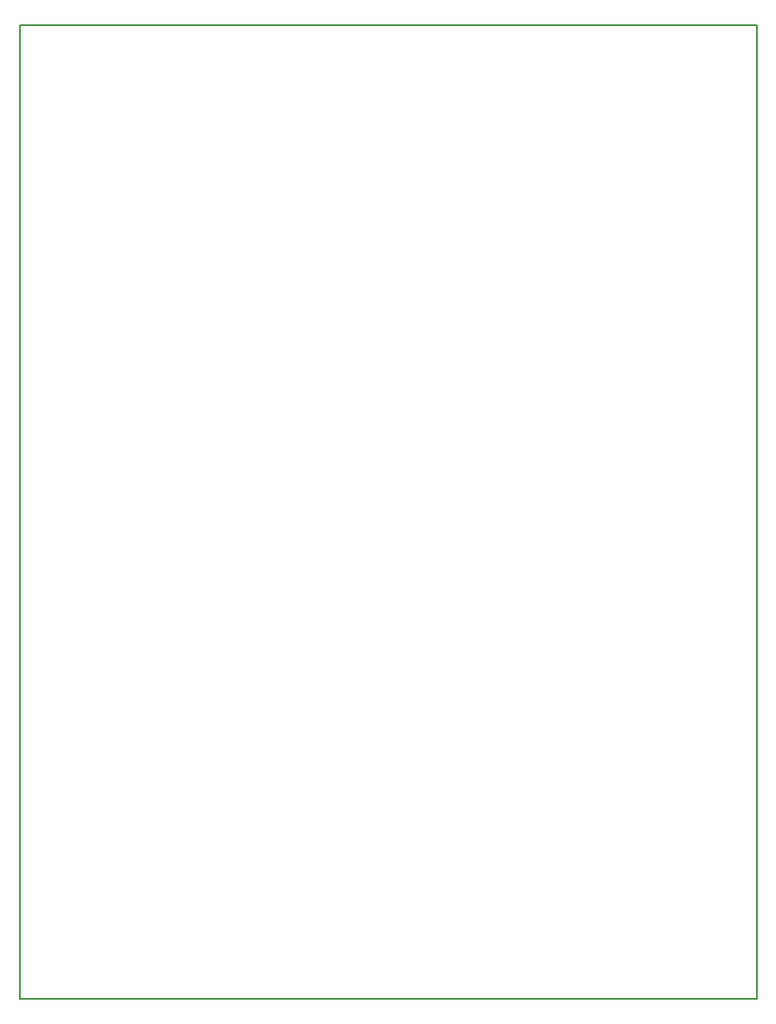
<source format=gm1>
G04 #@! TF.GenerationSoftware,KiCad,Pcbnew,8.0.6-8.0.6-0~ubuntu22.04.1*
G04 #@! TF.CreationDate,2024-11-27T22:38:52+09:00*
G04 #@! TF.ProjectId,cosmac_toy_v2,636f736d-6163-45f7-946f-795f76322e6b,0.1*
G04 #@! TF.SameCoordinates,PX1d11680PY907ef78*
G04 #@! TF.FileFunction,Profile,NP*
%FSLAX46Y46*%
G04 Gerber Fmt 4.6, Leading zero omitted, Abs format (unit mm)*
G04 Created by KiCad (PCBNEW 8.0.6-8.0.6-0~ubuntu22.04.1) date 2024-11-27 22:38:52*
%MOMM*%
%LPD*%
G01*
G04 APERTURE LIST*
G04 #@! TA.AperFunction,Profile*
%ADD10C,0.200000*%
G04 #@! TD*
G04 APERTURE END LIST*
D10*
X0Y0D02*
X72000000Y0D01*
X0Y95000000D02*
X0Y0D01*
X72000000Y0D02*
X72000000Y95000000D01*
X72000000Y95000000D02*
X0Y95000000D01*
M02*

</source>
